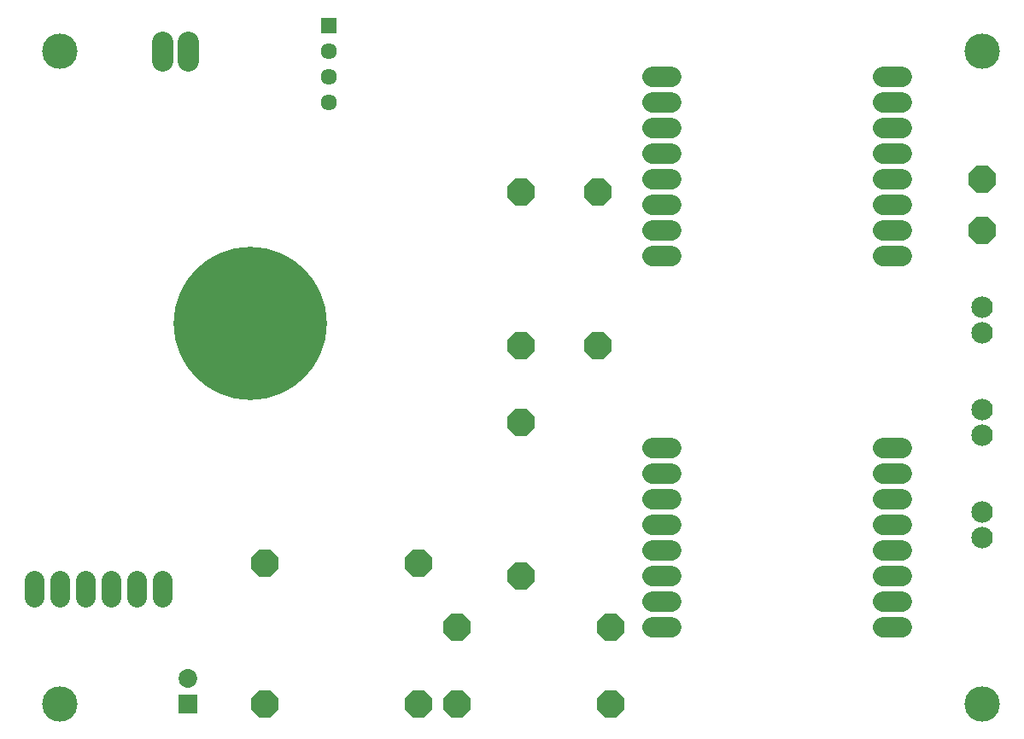
<source format=gbs>
G75*
%MOIN*%
%OFA0B0*%
%FSLAX25Y25*%
%IPPOS*%
%LPD*%
%AMOC8*
5,1,8,0,0,1.08239X$1,22.5*
%
%ADD10OC8,0.10800*%
%ADD11R,0.06350X0.06350*%
%ADD12C,0.06350*%
%ADD13C,0.07531*%
%ADD14C,0.59855*%
%ADD15C,0.08000*%
%ADD16C,0.13792*%
%ADD17C,0.08400*%
%ADD18C,0.08200*%
%ADD19C,0.07300*%
%ADD20R,0.07300X0.07300*%
D10*
X0111800Y0031800D03*
X0171800Y0031800D03*
X0186800Y0031800D03*
X0186800Y0061800D03*
X0211800Y0081800D03*
X0246800Y0061800D03*
X0246800Y0031800D03*
X0171800Y0086800D03*
X0111800Y0086800D03*
X0211800Y0141800D03*
X0211800Y0171800D03*
X0241800Y0171800D03*
X0241800Y0231800D03*
X0211800Y0231800D03*
X0391800Y0236800D03*
X0391800Y0216800D03*
D11*
X0136800Y0296800D03*
D12*
X0136800Y0286800D03*
X0136800Y0276800D03*
X0136800Y0266800D03*
D13*
X0071800Y0080165D02*
X0071800Y0073435D01*
X0061800Y0073435D02*
X0061800Y0080165D01*
X0051800Y0080165D02*
X0051800Y0073435D01*
X0041800Y0073435D02*
X0041800Y0080165D01*
X0031800Y0080165D02*
X0031800Y0073435D01*
X0021800Y0073435D02*
X0021800Y0080165D01*
D14*
X0106033Y0180416D03*
D15*
X0263200Y0206800D02*
X0270400Y0206800D01*
X0270400Y0216800D02*
X0263200Y0216800D01*
X0263200Y0226800D02*
X0270400Y0226800D01*
X0270400Y0236800D02*
X0263200Y0236800D01*
X0263200Y0246800D02*
X0270400Y0246800D01*
X0270400Y0256800D02*
X0263200Y0256800D01*
X0263200Y0266800D02*
X0270400Y0266800D01*
X0270400Y0276800D02*
X0263200Y0276800D01*
X0353200Y0276800D02*
X0360400Y0276800D01*
X0360400Y0266800D02*
X0353200Y0266800D01*
X0353200Y0256800D02*
X0360400Y0256800D01*
X0360400Y0246800D02*
X0353200Y0246800D01*
X0353200Y0236800D02*
X0360400Y0236800D01*
X0360400Y0226800D02*
X0353200Y0226800D01*
X0353200Y0216800D02*
X0360400Y0216800D01*
X0360400Y0206800D02*
X0353200Y0206800D01*
X0353200Y0131800D02*
X0360400Y0131800D01*
X0360400Y0121800D02*
X0353200Y0121800D01*
X0353200Y0111800D02*
X0360400Y0111800D01*
X0360400Y0101800D02*
X0353200Y0101800D01*
X0353200Y0091800D02*
X0360400Y0091800D01*
X0360400Y0081800D02*
X0353200Y0081800D01*
X0353200Y0071800D02*
X0360400Y0071800D01*
X0360400Y0061800D02*
X0353200Y0061800D01*
X0270400Y0061800D02*
X0263200Y0061800D01*
X0263200Y0071800D02*
X0270400Y0071800D01*
X0270400Y0081800D02*
X0263200Y0081800D01*
X0263200Y0091800D02*
X0270400Y0091800D01*
X0270400Y0101800D02*
X0263200Y0101800D01*
X0263200Y0111800D02*
X0270400Y0111800D01*
X0270400Y0121800D02*
X0263200Y0121800D01*
X0263200Y0131800D02*
X0270400Y0131800D01*
D16*
X0031800Y0031800D03*
X0031800Y0286800D03*
X0391800Y0286800D03*
X0391800Y0031800D03*
D17*
X0391800Y0096800D03*
X0391800Y0106800D03*
X0391800Y0136800D03*
X0391800Y0146800D03*
X0391800Y0176800D03*
X0391800Y0186800D03*
D18*
X0081800Y0283100D02*
X0081800Y0290500D01*
X0071800Y0290500D02*
X0071800Y0283100D01*
D19*
X0081800Y0041800D03*
D20*
X0081800Y0031800D03*
M02*

</source>
